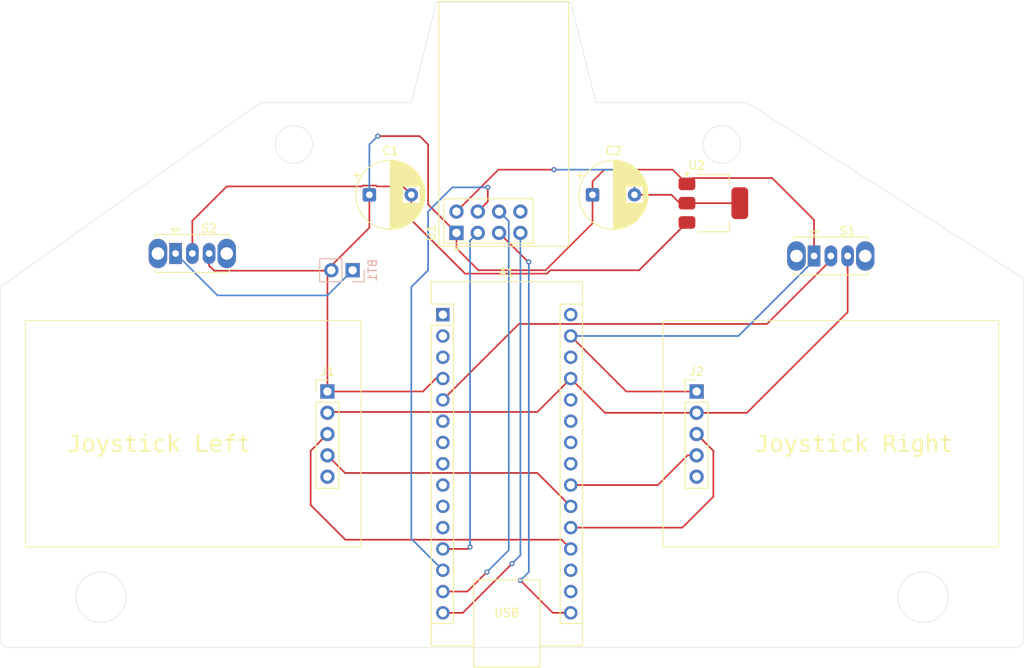
<source format=kicad_pcb>
(kicad_pcb (version 20241229) (generator "pcbnew") (generator_version "9.0")
  (layers (0 "F.Cu" signal) (2 "B.Cu" signal) (13 "F.Paste" user) (15 "B.Paste" user) (5 "F.SilkS" user "F.Silkscreen") (7 "B.SilkS" user "B.Silkscreen") (1 "F.Mask" user) (3 "B.Mask" user) (25 "Edge.Cuts" user))
  (net 0 "")
  (net 1 "GND")
  (net 2 "X2")
  (net 3 "Y1")
  (net 4 "Net-(A1-D9)")
  (net 9 "+5V")
  (net 10 "Net-(A1-SCK)")
  (net 12 "Net-(A1-D2)")
  (net 14 "+7.5V")
  (net 23 "X1")
  (net 24 "Net-(A1-MISO)")
  (net 27 "Y2")
  (net 28 "Net-(A1-D10)")
  (net 29 "Net-(A1-MOSI)")
  (net 30 "Net-(BT1-+)")
  (net 31 "Net-(U2-VI)")
  (net 32 "+3.3V")
  (footprint "Capacitor_THT:CP_Radial_D8.0mm_P5.00mm" (layer "F.Cu") (at 157 62)
    (property "Reference" "C1" (at 2.5 -5.25 0) (layer "F.SilkS"))
    (property "Value" "10uF")
    (pad "1" thru_hole roundrect (at 0 0) (size 1.6 1.6) (drill 0.8) (layers "*.Cu" "*.Mask") (roundrect_rratio 0.15625) (net 1 "GND"))
    (pad "2" thru_hole circle (at 5 0) (size 1.6 1.6) (drill 0.8) (layers "*.Cu" "*.Mask") (net 31 "Net-(U2-VI)"))
  )
  (footprint "Package_TO_SOT_SMD:SOT-223-3_TabPin2" (layer "F.Cu") (at 198 63)
    (property "Reference" "U2" (at -2 -4.5 0) (layer "F.SilkS"))
    (property "Value" "AMS1117-3.3")
    (pad "1" smd roundrect (at -3.15 -2.3) (size 2 1.5) (layers "F.Cu" "F.Mask" "F.Paste") (net 1 "GND"))
    (pad "2" smd roundrect (at -3.15 0) (size 2 1.5) (layers "F.Cu" "F.Mask" "F.Paste") (net 32 "+3.3V"))
    (pad "2" smd roundrect (at 3.15 0) (size 2 3.8) (layers "F.Cu" "F.Mask" "F.Paste") (net 32 "+3.3V"))
    (pad "3" smd roundrect (at -3.15 2.3) (size 2 1.5) (layers "F.Cu" "F.Mask" "F.Paste") (net 31 "Net-(U2-VI)"))
  )
  (footprint "RF_Module:nRF24L01_Breakout" (layer "F.Cu") (at 167.38 66.54 90)
    (property "Reference" "U1" (at 0 -3 90) (layer "F.SilkS"))
    (property "Value" "NRF24L01_Breakout")
    (pad "1" thru_hole rect (at 0 0 90) (size 1.7 1.7) (drill 1) (layers "*.Cu" "*.Mask") (net 1 "GND"))
    (pad "2" thru_hole circle (at 2.54 0 90) (size 1.7 1.7) (drill 1) (layers "*.Cu" "*.Mask") (net 32 "+3.3V"))
    (pad "3" thru_hole circle (at 0 2.54 90) (size 1.7 1.7) (drill 1) (layers "*.Cu" "*.Mask") (net 4 "Net-(A1-D9)"))
    (pad "4" thru_hole circle (at 2.54 2.54 90) (size 1.7 1.7) (drill 1) (layers "*.Cu" "*.Mask") (net 28 "Net-(A1-D10)"))
    (pad "5" thru_hole circle (at 0 5.08 90) (size 1.7 1.7) (drill 1) (layers "*.Cu" "*.Mask") (net 10 "Net-(A1-SCK)"))
    (pad "6" thru_hole circle (at 2.54 5.08 90) (size 1.7 1.7) (drill 1) (layers "*.Cu" "*.Mask") (net 29 "Net-(A1-MOSI)"))
    (pad "7" thru_hole circle (at 0 7.62 90) (size 1.7 1.7) (drill 1) (layers "*.Cu" "*.Mask") (net 24 "Net-(A1-MISO)"))
    (pad "8" thru_hole circle (at 2.54 7.62 90) (size 1.7 1.7) (drill 1) (layers "*.Cu" "*.Mask"))
  )
  (footprint "Connector_PinHeader_2.54mm:PinHeader_1x05_P2.54mm_Vertical" (layer "F.Cu") (at 196 85.46)
    (property "Reference" "J2" (at 0 -2.38 0) (layer "F.SilkS"))
    (property "Value" "Conn_01x05")
    (pad "1" thru_hole rect (at 0 0) (size 1.7 1.7) (drill 1) (layers "*.Cu" "*.Mask") (net 1 "GND"))
    (pad "2" thru_hole circle (at 0 2.54) (size 1.7 1.7) (drill 1) (layers "*.Cu" "*.Mask") (net 9 "+5V"))
    (pad "3" thru_hole circle (at 0 5.08) (size 1.7 1.7) (drill 1) (layers "*.Cu" "*.Mask") (net 2 "X2"))
    (pad "4" thru_hole circle (at 0 7.62) (size 1.7 1.7) (drill 1) (layers "*.Cu" "*.Mask") (net 27 "Y2"))
    (pad "5" thru_hole circle (at 0 10.16) (size 1.7 1.7) (drill 1) (layers "*.Cu" "*.Mask"))
  )
  (footprint "Module:Arduino_Nano" (layer "F.Cu") (at 165.76 76.3)
    (property "Reference" "A1" (at 7.62 -5.08 0) (layer "F.SilkS"))
    (property "Value" "Arduino_Nano_Every")
    (fp_text user "USB" (at 7.62 35.56 0) (layer "F.SilkS"))
    (pad "1" thru_hole rect (at 0 0) (size 1.6 1.6) (drill 1) (layers "*.Cu" "*.Mask"))
    (pad "2" thru_hole oval (at 0 2.54) (size 1.6 1.6) (drill 1) (layers "*.Cu" "*.Mask"))
    (pad "3" thru_hole oval (at 0 5.08) (size 1.6 1.6) (drill 1) (layers "*.Cu" "*.Mask"))
    (pad "4" thru_hole oval (at 0 7.62) (size 1.6 1.6) (drill 1) (layers "*.Cu" "*.Mask") (net 1 "GND"))
    (pad "5" thru_hole oval (at 0 10.16) (size 1.6 1.6) (drill 1) (layers "*.Cu" "*.Mask") (net 12 "Net-(A1-D2)"))
    (pad "6" thru_hole oval (at 0 12.7) (size 1.6 1.6) (drill 1) (layers "*.Cu" "*.Mask"))
    (pad "7" thru_hole oval (at 0 15.24) (size 1.6 1.6) (drill 1) (layers "*.Cu" "*.Mask"))
    (pad "8" thru_hole oval (at 0 17.78) (size 1.6 1.6) (drill 1) (layers "*.Cu" "*.Mask"))
    (pad "9" thru_hole oval (at 0 20.32) (size 1.6 1.6) (drill 1) (layers "*.Cu" "*.Mask"))
    (pad "10" thru_hole oval (at 0 22.86) (size 1.6 1.6) (drill 1) (layers "*.Cu" "*.Mask"))
    (pad "11" thru_hole oval (at 0 25.4) (size 1.6 1.6) (drill 1) (layers "*.Cu" "*.Mask"))
    (pad "12" thru_hole oval (at 0 27.94) (size 1.6 1.6) (drill 1) (layers "*.Cu" "*.Mask") (net 4 "Net-(A1-D9)"))
    (pad "13" thru_hole oval (at 0 30.48) (size 1.6 1.6) (drill 1) (layers "*.Cu" "*.Mask") (net 28 "Net-(A1-D10)"))
    (pad "14" thru_hole oval (at 0 33.02) (size 1.6 1.6) (drill 1) (layers "*.Cu" "*.Mask") (net 29 "Net-(A1-MOSI)"))
    (pad "15" thru_hole oval (at 0 35.56) (size 1.6 1.6) (drill 1) (layers "*.Cu" "*.Mask") (net 24 "Net-(A1-MISO)"))
    (pad "16" thru_hole oval (at 15.24 35.56) (size 1.6 1.6) (drill 1) (layers "*.Cu" "*.Mask") (net 10 "Net-(A1-SCK)"))
    (pad "17" thru_hole oval (at 15.24 33.02) (size 1.6 1.6) (drill 1) (layers "*.Cu" "*.Mask"))
    (pad "18" thru_hole oval (at 15.24 30.48) (size 1.6 1.6) (drill 1) (layers "*.Cu" "*.Mask"))
    (pad "19" thru_hole oval (at 15.24 27.94) (size 1.6 1.6) (drill 1) (layers "*.Cu" "*.Mask") (net 23 "X1"))
    (pad "20" thru_hole oval (at 15.24 25.4) (size 1.6 1.6) (drill 1) (layers "*.Cu" "*.Mask") (net 2 "X2"))
    (pad "21" thru_hole oval (at 15.24 22.86) (size 1.6 1.6) (drill 1) (layers "*.Cu" "*.Mask") (net 3 "Y1"))
    (pad "22" thru_hole oval (at 15.24 20.32) (size 1.6 1.6) (drill 1) (layers "*.Cu" "*.Mask") (net 27 "Y2"))
    (pad "23" thru_hole oval (at 15.24 17.78) (size 1.6 1.6) (drill 1) (layers "*.Cu" "*.Mask"))
    (pad "24" thru_hole oval (at 15.24 15.24) (size 1.6 1.6) (drill 1) (layers "*.Cu" "*.Mask"))
    (pad "25" thru_hole oval (at 15.24 12.7) (size 1.6 1.6) (drill 1) (layers "*.Cu" "*.Mask"))
    (pad "26" thru_hole oval (at 15.24 10.16) (size 1.6 1.6) (drill 1) (layers "*.Cu" "*.Mask"))
    (pad "27" thru_hole oval (at 15.24 7.62) (size 1.6 1.6) (drill 1) (layers "*.Cu" "*.Mask") (net 9 "+5V"))
    (pad "28" thru_hole oval (at 15.24 5.08) (size 1.6 1.6) (drill 1) (layers "*.Cu" "*.Mask"))
    (pad "29" thru_hole oval (at 15.24 2.54) (size 1.6 1.6) (drill 1) (layers "*.Cu" "*.Mask") (net 1 "GND"))
    (pad "30" thru_hole oval (at 15.24 0) (size 1.6 1.6) (drill 1) (layers "*.Cu" "*.Mask") (net 14 "+7.5V"))
  )
  (footprint "Button_Switch_THT:SW_Slide_SPDT_Straight_CK_OS102011MS2Q" (layer "F.Cu") (at 133.9 69)
    (property "Reference" "S2" (at 3.99 -2.99 0) (layer "F.SilkS"))
    (property "Value" "OnOff")
    (pad "" thru_hole oval (at -2.1 0) (size 2.2 3.5) (drill 1.5) (layers "*.Cu" "*.Mask"))
    (pad "" thru_hole oval (at 6.1 0) (size 2.2 3.5) (drill 1.5) (layers "*.Cu" "*.Mask"))
    (pad "1" thru_hole rect (at 0 0) (size 1.5 2.5) (drill 0.8) (layers "*.Cu" "*.Mask") (net 30 "Net-(BT1-+)"))
    (pad "2" thru_hole oval (at 2 0) (size 1.5 2.5) (drill 0.8) (layers "*.Cu" "*.Mask") (net 31 "Net-(U2-VI)"))
    (pad "3" thru_hole oval (at 4 0) (size 1.5 2.5) (drill 0.8) (layers "*.Cu" "*.Mask") (net 1 "GND"))
  )
  (footprint "Button_Switch_THT:SW_Slide_SPDT_Straight_CK_OS102011MS2Q" (layer "F.Cu") (at 210 69.2975)
    (property "Reference" "S1" (at 3.99 -2.99 0) (layer "F.SilkS"))
    (property "Value" "FlashLightToggle")
    (pad "" thru_hole oval (at -2.1 0) (size 2.2 3.5) (drill 1.5) (layers "*.Cu" "*.Mask"))
    (pad "" thru_hole oval (at 6.1 0) (size 2.2 3.5) (drill 1.5) (layers "*.Cu" "*.Mask"))
    (pad "1" thru_hole rect (at 0 0) (size 1.5 2.5) (drill 0.8) (layers "*.Cu" "*.Mask") (net 1 "GND"))
    (pad "2" thru_hole oval (at 2 0) (size 1.5 2.5) (drill 0.8) (layers "*.Cu" "*.Mask") (net 12 "Net-(A1-D2)"))
    (pad "3" thru_hole oval (at 4 0) (size 1.5 2.5) (drill 0.8) (layers "*.Cu" "*.Mask") (net 9 "+5V"))
  )
  (footprint "Connector_PinHeader_2.54mm:PinHeader_1x05_P2.54mm_Vertical" (layer "F.Cu") (at 152 85.46)
    (property "Reference" "J1" (at 0 -2.38 0) (layer "F.SilkS"))
    (property "Value" "Conn_01x05")
    (pad "1" thru_hole rect (at 0 0) (size 1.7 1.7) (drill 1) (layers "*.Cu" "*.Mask") (net 1 "GND"))
    (pad "2" thru_hole circle (at 0 2.54) (size 1.7 1.7) (drill 1) (layers "*.Cu" "*.Mask") (net 9 "+5V"))
    (pad "3" thru_hole circle (at 0 5.08) (size 1.7 1.7) (drill 1) (layers "*.Cu" "*.Mask") (net 23 "X1"))
    (pad "4" thru_hole circle (at 0 7.62) (size 1.7 1.7) (drill 1) (layers "*.Cu" "*.Mask") (net 3 "Y1"))
    (pad "5" thru_hole circle (at 0 10.16) (size 1.7 1.7) (drill 1) (layers "*.Cu" "*.Mask"))
  )
  (footprint "Capacitor_THT:CP_Radial_D8.0mm_P5.00mm" (layer "F.Cu") (at 183.597349 62)
    (property "Reference" "C2" (at 2.5 -5.25 0) (layer "F.SilkS"))
    (property "Value" "10uF")
    (pad "1" thru_hole roundrect (at 0 0) (size 1.6 1.6) (drill 0.8) (layers "*.Cu" "*.Mask") (roundrect_rratio 0.15625) (net 1 "GND"))
    (pad "2" thru_hole circle (at 5 0) (size 1.6 1.6) (drill 0.8) (layers "*.Cu" "*.Mask") (net 32 "+3.3V"))
  )
  (footprint "Connector_PinHeader_2.54mm:PinHeader_1x02_P2.54mm_Vertical" (layer "B.Cu") (at 155 71 90)
    (property "Reference" "BT1" (at 0 2.38 90) (layer "B.SilkS") (effects (justify mirror)))
    (property "Value" "Battery")
    (pad "1" thru_hole rect (at 0 0 90) (size 1.7 1.7) (drill 1) (layers "*.Cu" "*.Mask") (net 30 "Net-(BT1-+)"))
    (pad "2" thru_hole circle (at 0 -2.54 90) (size 1.7 1.7) (drill 1) (layers "*.Cu" "*.Mask") (net 1 "GND"))
  )
  (gr_rect (start 116 77) (end 156 104) (stroke (width 0.1)) (fill no) (layer "F.SilkS"))
  (gr_rect (start 192 77) (end 232 104) (stroke (width 0.1)) (fill no) (layer "F.SilkS"))
  (gr_line (start 181 39) (end 184 51) (stroke (width 0.05)) (layer "Edge.Cuts"))
  (gr_line (start 113 73) (end 113 113) (stroke (width 0.05)) (layer "Edge.Cuts"))
  (gr_line (start 164 116) (end 114 116) (stroke (width 0.05)) (layer "Edge.Cuts"))
  (gr_line (start 113 113) (end 113 115) (stroke (width 0.05)) (layer "Edge.Cuts"))
  (gr_line (start 184 51) (end 202 51) (stroke (width 0.05)) (layer "Edge.Cuts"))
  (gr_line (start 144 51) (end 162 51) (stroke (width 0.05)) (layer "Edge.Cuts"))
  (gr_line (start 183 116) (end 234 116) (stroke (width 0.05)) (layer "Edge.Cuts"))
  (gr_line (start 165 39) (end 181 39) (stroke (width 0.05)) (layer "Edge.Cuts"))
  (gr_line (start 202 51) (end 235 72) (stroke (width 0.05)) (layer "Edge.Cuts"))
  (gr_line (start 235 115) (end 235 72) (stroke (width 0.05)) (layer "Edge.Cuts"))
  (gr_circle (center 125 110) (end 128 110) (stroke (width 0.05)) (fill no) (layer "Edge.Cuts"))
  (gr_circle (center 148 56) (end 150 55) (stroke (width 0.05)) (fill no) (layer "Edge.Cuts"))
  (gr_line (start 162 51) (end 165 39) (stroke (width 0.05)) (layer "Edge.Cuts"))
  (gr_arc (start 235 115) (mid 234.707107 115.707107) (end 234 116) (stroke (width 0.05)) (layer "Edge.Cuts"))
  (gr_arc (start 114 116) (mid 113.292893 115.707107) (end 113 115) (stroke (width 0.05)) (layer "Edge.Cuts"))
  (gr_circle (center 199 56) (end 201 55) (stroke (width 0.05)) (fill no) (layer "Edge.Cuts"))
  (gr_circle (center 223 110) (end 226 110) (stroke (width 0.05)) (fill no) (layer "Edge.Cuts"))
  (gr_line (start 113 73) (end 144 51) (stroke (width 0.05)) (layer "Edge.Cuts"))
  (gr_line (start 183 116) (end 164 116) (stroke (width 0.05)) (layer "Edge.Cuts"))
  (gr_text "Joystick Left\n" (at 121 93 0) (layer "F.SilkS") (effects (font (size 2 2) (thickness 0.1)) (justify left bottom)))
  (gr_text "Joystick Right\n" (at 203 93 0) (layer "F.SilkS") (effects (font (size 2 2) (thickness 0.1)) (justify left bottom)))
  (segment (start 152.409 71.051) (end 138.501 71.051) (width 0.2) (layer "F.Cu") (net 1))
  (segment (start 164 63.16) (end 167.38 66.54) (width 0.2) (layer "F.Cu") (net 1))
  (segment (start 193.15 59) (end 194.85 60.7) (width 0.2) (layer "F.Cu") (net 1))
  (segment (start 152 71.46) (end 152.46 71) (width 0.2) (layer "F.Cu") (net 1))
  (segment (start 183.597349 65.402651) (end 178 71) (width 0.2) (layer "F.Cu") (net 1))
  (segment (start 164 56) (end 164 63.16) (width 0.2) (layer "F.Cu") (net 1))
  (segment (start 178 71) (end 170 71) (width 0.2) (layer "F.Cu") (net 1))
  (segment (start 164.92 83.92) (end 163.38 85.46) (width 0.2) (layer "F.Cu") (net 1))
  (segment (start 196 85.46) (end 187.62 85.46) (width 0.2) (layer "F.Cu") (net 1))
  (segment (start 137.9 70.45) (end 137.9 69) (width 0.2) (layer "F.Cu") (net 1))
  (segment (start 187.62 85.46) (end 181 78.84) (width 0.2) (layer "F.Cu") (net 1))
  (segment (start 183.597349 62) (end 183.597349 60.402651) (width 0.2) (layer "F.Cu") (net 1))
  (segment (start 158 55) (end 163 55) (width 0.2) (layer "F.Cu") (net 1))
  (segment (start 185 59) (end 193.15 59) (width 0.2) (layer "F.Cu") (net 1))
  (segment (start 163.38 85.46) (end 152 85.46) (width 0.2) (layer "F.Cu") (net 1))
  (segment (start 195.55 60) (end 194.85 60.7) (width 0.2) (layer "F.Cu") (net 1))
  (segment (start 152.46 71) (end 152.409 71.051) (width 0.2) (layer "F.Cu") (net 1))
  (segment (start 210 69.2975) (end 210 65) (width 0.2) (layer "F.Cu") (net 1))
  (segment (start 152 85.46) (end 152 71.46) (width 0.2) (layer "F.Cu") (net 1))
  (segment (start 205 60) (end 195.55 60) (width 0.2) (layer "F.Cu") (net 1))
  (segment (start 163 55) (end 164 56) (width 0.2) (layer "F.Cu") (net 1))
  (segment (start 152.46 70.46) (end 157 65.92) (width 0.2) (layer "F.Cu") (net 1))
  (segment (start 152.46 71) (end 152.46 70.46) (width 0.2) (layer "F.Cu") (net 1))
  (segment (start 183.597349 62) (end 183.597349 65.402651) (width 0.2) (layer "F.Cu") (net 1))
  (segment (start 157 65.92) (end 157 62) (width 0.2) (layer "F.Cu") (net 1))
  (segment (start 210 65) (end 205 60) (width 0.2) (layer "F.Cu") (net 1))
  (segment (start 138.501 71.051) (end 137.9 70.45) (width 0.2) (layer "F.Cu") (net 1))
  (segment (start 165.76 83.92) (end 164.92 83.92) (width 0.2) (layer "F.Cu") (net 1))
  (segment (start 183.597349 60.402651) (end 185 59) (width 0.2) (layer "F.Cu") (net 1))
  (segment (start 167.38 68.38) (end 167.38 66.54) (width 0.2) (layer "F.Cu") (net 1))
  (segment (start 170 71) (end 167.38 68.38) (width 0.2) (layer "F.Cu") (net 1))
  (via (at 158 55) (size 0.6) (drill 0.3) (layers "F.Cu" "B.Cu") (net 1))
  (segment (start 200.988813 78.84) (end 210 69.828813) (width 0.2) (layer "B.Cu") (net 1))
  (segment (start 181 78.84) (end 200.988813 78.84) (width 0.2) (layer "B.Cu") (net 1))
  (segment (start 158 55) (end 157 56) (width 0.2) (layer "B.Cu") (net 1))
  (segment (start 210 69.828813) (end 210 69.2975) (width 0.2) (layer "B.Cu") (net 1))
  (segment (start 157 56) (end 157 62) (width 0.2) (layer "B.Cu") (net 1))
  (segment (start 198 98) (end 194.3 101.7) (width 0.2) (layer "F.Cu") (net 2))
  (segment (start 194.3 101.7) (end 181 101.7) (width 0.2) (layer "F.Cu") (net 2))
  (segment (start 196 90.54) (end 198 92.54) (width 0.2) (layer "F.Cu") (net 2))
  (segment (start 198 92.54) (end 198 98) (width 0.2) (layer "F.Cu") (net 2))
  (segment (start 154.101 95.181) (end 177.021 95.181) (width 0.2) (layer "F.Cu") (net 3))
  (segment (start 152 93.08) (end 154.101 95.181) (width 0.2) (layer "F.Cu") (net 3))
  (segment (start 177.021 95.181) (end 181 99.16) (width 0.2) (layer "F.Cu") (net 3))
  (segment (start 165.76 104.24) (end 168.76 104.24) (width 0.2) (layer "F.Cu") (net 4))
  (segment (start 168.76 104.24) (end 169 104) (width 0.2) (layer "F.Cu") (net 4))
  (via (at 169 104) (size 0.6) (drill 0.3) (layers "F.Cu" "B.Cu") (net 4))
  (segment (start 169 67.46) (end 169.92 66.54) (width 0.2) (layer "B.Cu") (net 4))
  (segment (start 169 104) (end 169 67.46) (width 0.2) (layer "B.Cu") (net 4))
  (segment (start 177.021 87.899) (end 181 83.92) (width 0.2) (layer "F.Cu") (net 9))
  (segment (start 152.101 87.899) (end 177.021 87.899) (width 0.2) (layer "F.Cu") (net 9))
  (segment (start 196 88) (end 202 88) (width 0.2) (layer "F.Cu") (net 9))
  (segment (start 152 88) (end 152.101 87.899) (width 0.2) (layer "F.Cu") (net 9))
  (segment (start 202 88) (end 214 76) (width 0.2) (layer "F.Cu") (net 9))
  (segment (start 185.08 88) (end 181 83.92) (width 0.2) (layer "F.Cu") (net 9))
  (segment (start 214 76) (end 214 69.2975) (width 0.2) (layer "F.Cu") (net 9))
  (segment (start 196 88) (end 185.08 88) (width 0.2) (layer "F.Cu") (net 9))
  (segment (start 178.86 111.86) (end 175 108) (width 0.2) (layer "F.Cu") (net 10))
  (segment (start 176 70) (end 175.92 70) (width 0.2) (layer "F.Cu") (net 10))
  (segment (start 175.92 70) (end 172.46 66.54) (width 0.2) (layer "F.Cu") (net 10))
  (segment (start 181 111.86) (end 178.86 111.86) (width 0.2) (layer "F.Cu") (net 10))
  (via (at 175 108) (size 0.6) (drill 0.3) (layers "F.Cu" "B.Cu") (net 10))
  (via (at 176 70) (size 0.6) (drill 0.3) (layers "F.Cu" "B.Cu") (net 10))
  (segment (start 175 108) (end 176 107) (width 0.2) (layer "B.Cu") (net 10))
  (segment (start 176 107) (end 176 70) (width 0.2) (layer "B.Cu") (net 10))
  (segment (start 212 69.7975) (end 204.3965 77.401) (width 0.2) (layer "F.Cu") (net 12))
  (segment (start 174.819 77.401) (end 165.76 86.46) (width 0.2) (layer "F.Cu") (net 12))
  (segment (start 212 69.2975) (end 212 69.7975) (width 0.2) (layer "F.Cu") (net 12))
  (segment (start 204.3965 77.401) (end 174.819 77.401) (width 0.2) (layer "F.Cu") (net 12))
  (segment (start 154.139 103.139) (end 179.899 103.139) (width 0.2) (layer "F.Cu") (net 23))
  (segment (start 179.899 103.139) (end 181 104.24) (width 0.2) (layer "F.Cu") (net 23))
  (segment (start 152 90.54) (end 150 92.54) (width 0.2) (layer "F.Cu") (net 23))
  (segment (start 150 99) (end 154.139 103.139) (width 0.2) (layer "F.Cu") (net 23))
  (segment (start 150 92.54) (end 150 99) (width 0.2) (layer "F.Cu") (net 23))
  (segment (start 165.76 111.86) (end 168.14 111.86) (width 0.2) (layer "F.Cu") (net 24))
  (segment (start 168.14 111.86) (end 174 106) (width 0.2) (layer "F.Cu") (net 24))
  (via (at 174 106) (size 0.6) (drill 0.3) (layers "F.Cu" "B.Cu") (net 24))
  (segment (start 174 106) (end 175 105) (width 0.2) (layer "B.Cu") (net 24))
  (segment (start 175 105) (end 175 66.54) (width 0.2) (layer "B.Cu") (net 24))
  (segment (start 196 93.08) (end 194.92 93.08) (width 0.2) (layer "F.Cu") (net 27))
  (segment (start 194.92 93.08) (end 191.38 96.62) (width 0.2) (layer "F.Cu") (net 27))
  (segment (start 191.38 96.62) (end 181 96.62) (width 0.2) (layer "F.Cu") (net 27))
  (segment (start 171.114265 62.805735) (end 171.114265 61.114265) (width 0.2) (layer "F.Cu") (net 28))
  (segment (start 169.92 64) (end 171.114265 62.805735) (width 0.2) (layer "F.Cu") (net 28))
  (via (at 171.114265 61.114265) (size 0.6) (drill 0.3) (layers "F.Cu" "B.Cu") (net 28))
  (segment (start 164 71) (end 162 73) (width 0.2) (layer "B.Cu") (net 28))
  (segment (start 166.885735 61.114265) (end 164 64) (width 0.2) (layer "B.Cu") (net 28))
  (segment (start 171.114265 61.114265) (end 166.885735 61.114265) (width 0.2) (layer "B.Cu") (net 28))
  (segment (start 164 64) (end 164 71) (width 0.2) (layer "B.Cu") (net 28))
  (segment (start 162 73) (end 162 103.02) (width 0.2) (layer "B.Cu") (net 28))
  (segment (start 162 103.02) (end 165.76 106.78) (width 0.2) (layer "B.Cu") (net 28))
  (segment (start 165.76 109.32) (end 168.68 109.32) (width 0.2) (layer "F.Cu") (net 29))
  (segment (start 168.68 109.32) (end 171 107) (width 0.2) (layer "F.Cu") (net 29))
  (via (at 171 107) (size 0.6) (drill 0.3) (layers "F.Cu" "B.Cu") (net 29))
  (segment (start 171 107) (end 173.611 104.389) (width 0.2) (layer "B.Cu") (net 29))
  (segment (start 173.611 104.389) (end 173.611 65.151) (width 0.2) (layer "B.Cu") (net 29))
  (segment (start 173.611 65.151) (end 172.46 64) (width 0.2) (layer "B.Cu") (net 29))
  (segment (start 152 74) (end 138.9 74) (width 0.2) (layer "B.Cu") (net 30))
  (segment (start 138.9 74) (end 133.9 69) (width 0.2) (layer "B.Cu") (net 30))
  (segment (start 155 71) (end 152 74) (width 0.2) (layer "B.Cu") (net 30))
  (segment (start 156.11384 61) (end 140 61) (width 0.2) (layer "F.Cu") (net 31))
  (segment (start 161 61) (end 162 62) (width 0.2) (layer "F.Cu") (net 31))
  (segment (start 157.88616 61) (end 157.78516 60.899) (width 0.2) (layer "F.Cu") (net 31))
  (segment (start 178.5671 71) (end 189.15 71) (width 0.2) (layer "F.Cu") (net 31))
  (segment (start 168.401 71.401) (end 178.1661 71.401) (width 0.2) (layer "F.Cu") (net 31))
  (segment (start 189.15 71) (end 194.85 65.3) (width 0.2) (layer "F.Cu") (net 31))
  (segment (start 161 61) (end 157.88616 61) (width 0.2) (layer "F.Cu") (net 31))
  (segment (start 156.21484 60.899) (end 156.11384 61) (width 0.2) (layer "F.Cu") (net 31))
  (segment (start 157.78516 60.899) (end 156.21484 60.899) (width 0.2) (layer "F.Cu") (net 31))
  (segment (start 162 62) (end 162 65) (width 0.2) (layer "F.Cu") (net 31))
  (segment (start 135.9 65.1) (end 135.9 69) (width 0.2) (layer "F.Cu") (net 31))
  (segment (start 178.1661 71.401) (end 178.5671 71) (width 0.2) (layer "F.Cu") (net 31))
  (segment (start 140 61) (end 135.9 65.1) (width 0.2) (layer "F.Cu") (net 31))
  (segment (start 162 65) (end 168.401 71.401) (width 0.2) (layer "F.Cu") (net 31))
  (segment (start 193 62) (end 188.597349 62) (width 0.2) (layer "F.Cu") (net 32))
  (segment (start 172.38 59) (end 179 59) (width 0.2) (layer "F.Cu") (net 32))
  (segment (start 194.85 63) (end 194 63) (width 0.2) (layer "F.Cu") (net 32))
  (segment (start 167.38 64) (end 172.38 59) (width 0.2) (layer "F.Cu") (net 32))
  (segment (start 201.15 63) (end 194.85 63) (width 0.2) (layer "F.Cu") (net 32))
  (segment (start 194 63) (end 193 62) (width 0.2) (layer "F.Cu") (net 32))
  (via (at 179 59) (size 0.6) (drill 0.3) (layers "F.Cu" "B.Cu") (net 32))
  (segment (start 188.597349 60.597349) (end 188.597349 62) (width 0.2) (layer "B.Cu") (net 32))
  (segment (start 179 59) (end 187 59) (width 0.2) (layer "B.Cu") (net 32))
  (segment (start 187 59) (end 188.597349 60.597349) (width 0.2) (layer "B.Cu") (net 32))
)
</source>
